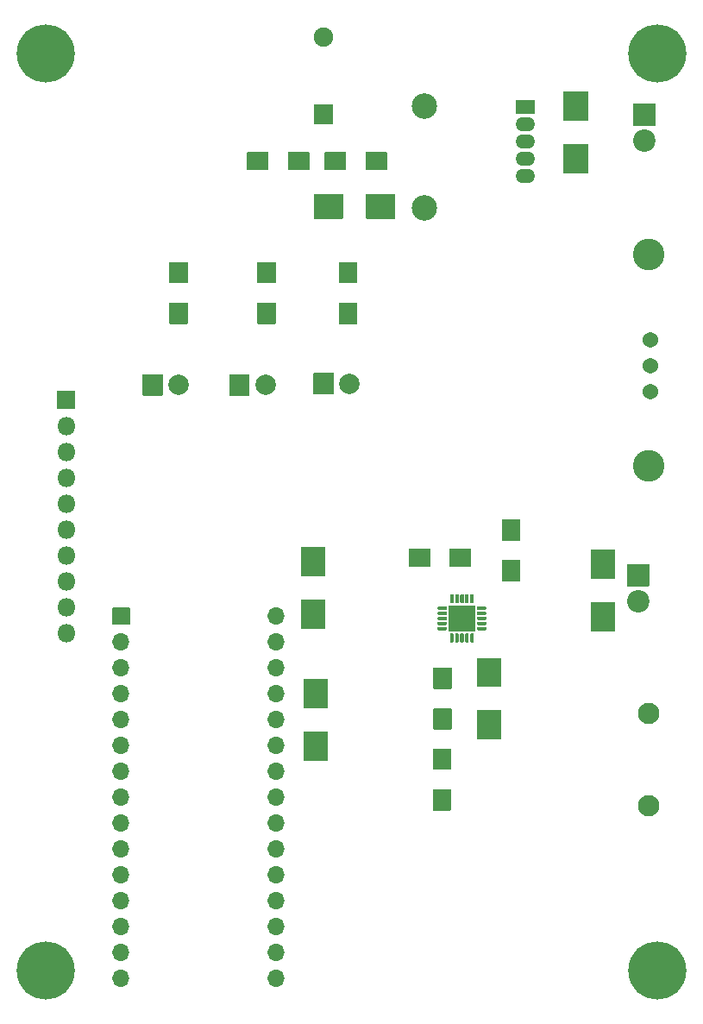
<source format=gbr>
%TF.GenerationSoftware,KiCad,Pcbnew,5.1.10-1.fc34*%
%TF.CreationDate,2021-06-08T11:44:04-04:00*%
%TF.ProjectId,BREAD_Slice,42524541-445f-4536-9c69-63652e6b6963,rev?*%
%TF.SameCoordinates,Original*%
%TF.FileFunction,Soldermask,Bot*%
%TF.FilePolarity,Negative*%
%FSLAX46Y46*%
G04 Gerber Fmt 4.6, Leading zero omitted, Abs format (unit mm)*
G04 Created by KiCad (PCBNEW 5.1.10-1.fc34) date 2021-06-08 11:44:04*
%MOMM*%
%LPD*%
G01*
G04 APERTURE LIST*
%ADD10O,1.900000X1.375000*%
%ADD11C,3.100000*%
%ADD12C,2.100000*%
%ADD13C,1.540000*%
%ADD14C,2.500000*%
%ADD15C,2.200000*%
%ADD16O,1.900000X1.900000*%
%ADD17C,2.000000*%
%ADD18C,5.700000*%
%ADD19O,1.700000X1.700000*%
%ADD20O,1.800000X1.800000*%
G04 APERTURE END LIST*
%TO.C,U2*%
G36*
G01*
X169697000Y-101539500D02*
X167197000Y-101539500D01*
G75*
G02*
X167147000Y-101489500I0J50000D01*
G01*
X167147000Y-98989500D01*
G75*
G02*
X167197000Y-98939500I50000J0D01*
G01*
X169697000Y-98939500D01*
G75*
G02*
X169747000Y-98989500I0J-50000D01*
G01*
X169747000Y-101489500D01*
G75*
G02*
X169697000Y-101539500I-50000J0D01*
G01*
G37*
G36*
G01*
X170759500Y-101414500D02*
X170009500Y-101414500D01*
G75*
G02*
X169922000Y-101327000I0J87500D01*
G01*
X169922000Y-101152000D01*
G75*
G02*
X170009500Y-101064500I87500J0D01*
G01*
X170759500Y-101064500D01*
G75*
G02*
X170847000Y-101152000I0J-87500D01*
G01*
X170847000Y-101327000D01*
G75*
G02*
X170759500Y-101414500I-87500J0D01*
G01*
G37*
G36*
G01*
X170759500Y-100914500D02*
X170009500Y-100914500D01*
G75*
G02*
X169922000Y-100827000I0J87500D01*
G01*
X169922000Y-100652000D01*
G75*
G02*
X170009500Y-100564500I87500J0D01*
G01*
X170759500Y-100564500D01*
G75*
G02*
X170847000Y-100652000I0J-87500D01*
G01*
X170847000Y-100827000D01*
G75*
G02*
X170759500Y-100914500I-87500J0D01*
G01*
G37*
G36*
G01*
X170759500Y-100414500D02*
X170009500Y-100414500D01*
G75*
G02*
X169922000Y-100327000I0J87500D01*
G01*
X169922000Y-100152000D01*
G75*
G02*
X170009500Y-100064500I87500J0D01*
G01*
X170759500Y-100064500D01*
G75*
G02*
X170847000Y-100152000I0J-87500D01*
G01*
X170847000Y-100327000D01*
G75*
G02*
X170759500Y-100414500I-87500J0D01*
G01*
G37*
G36*
G01*
X170759500Y-99914500D02*
X170009500Y-99914500D01*
G75*
G02*
X169922000Y-99827000I0J87500D01*
G01*
X169922000Y-99652000D01*
G75*
G02*
X170009500Y-99564500I87500J0D01*
G01*
X170759500Y-99564500D01*
G75*
G02*
X170847000Y-99652000I0J-87500D01*
G01*
X170847000Y-99827000D01*
G75*
G02*
X170759500Y-99914500I-87500J0D01*
G01*
G37*
G36*
G01*
X170759500Y-99414500D02*
X170009500Y-99414500D01*
G75*
G02*
X169922000Y-99327000I0J87500D01*
G01*
X169922000Y-99152000D01*
G75*
G02*
X170009500Y-99064500I87500J0D01*
G01*
X170759500Y-99064500D01*
G75*
G02*
X170847000Y-99152000I0J-87500D01*
G01*
X170847000Y-99327000D01*
G75*
G02*
X170759500Y-99414500I-87500J0D01*
G01*
G37*
G36*
G01*
X169534500Y-98764500D02*
X169359500Y-98764500D01*
G75*
G02*
X169272000Y-98677000I0J87500D01*
G01*
X169272000Y-97927000D01*
G75*
G02*
X169359500Y-97839500I87500J0D01*
G01*
X169534500Y-97839500D01*
G75*
G02*
X169622000Y-97927000I0J-87500D01*
G01*
X169622000Y-98677000D01*
G75*
G02*
X169534500Y-98764500I-87500J0D01*
G01*
G37*
G36*
G01*
X169034500Y-98764500D02*
X168859500Y-98764500D01*
G75*
G02*
X168772000Y-98677000I0J87500D01*
G01*
X168772000Y-97927000D01*
G75*
G02*
X168859500Y-97839500I87500J0D01*
G01*
X169034500Y-97839500D01*
G75*
G02*
X169122000Y-97927000I0J-87500D01*
G01*
X169122000Y-98677000D01*
G75*
G02*
X169034500Y-98764500I-87500J0D01*
G01*
G37*
G36*
G01*
X168534500Y-98764500D02*
X168359500Y-98764500D01*
G75*
G02*
X168272000Y-98677000I0J87500D01*
G01*
X168272000Y-97927000D01*
G75*
G02*
X168359500Y-97839500I87500J0D01*
G01*
X168534500Y-97839500D01*
G75*
G02*
X168622000Y-97927000I0J-87500D01*
G01*
X168622000Y-98677000D01*
G75*
G02*
X168534500Y-98764500I-87500J0D01*
G01*
G37*
G36*
G01*
X168034500Y-98764500D02*
X167859500Y-98764500D01*
G75*
G02*
X167772000Y-98677000I0J87500D01*
G01*
X167772000Y-97927000D01*
G75*
G02*
X167859500Y-97839500I87500J0D01*
G01*
X168034500Y-97839500D01*
G75*
G02*
X168122000Y-97927000I0J-87500D01*
G01*
X168122000Y-98677000D01*
G75*
G02*
X168034500Y-98764500I-87500J0D01*
G01*
G37*
G36*
G01*
X167534500Y-98764500D02*
X167359500Y-98764500D01*
G75*
G02*
X167272000Y-98677000I0J87500D01*
G01*
X167272000Y-97927000D01*
G75*
G02*
X167359500Y-97839500I87500J0D01*
G01*
X167534500Y-97839500D01*
G75*
G02*
X167622000Y-97927000I0J-87500D01*
G01*
X167622000Y-98677000D01*
G75*
G02*
X167534500Y-98764500I-87500J0D01*
G01*
G37*
G36*
G01*
X166884500Y-99414500D02*
X166134500Y-99414500D01*
G75*
G02*
X166047000Y-99327000I0J87500D01*
G01*
X166047000Y-99152000D01*
G75*
G02*
X166134500Y-99064500I87500J0D01*
G01*
X166884500Y-99064500D01*
G75*
G02*
X166972000Y-99152000I0J-87500D01*
G01*
X166972000Y-99327000D01*
G75*
G02*
X166884500Y-99414500I-87500J0D01*
G01*
G37*
G36*
G01*
X166884500Y-99914500D02*
X166134500Y-99914500D01*
G75*
G02*
X166047000Y-99827000I0J87500D01*
G01*
X166047000Y-99652000D01*
G75*
G02*
X166134500Y-99564500I87500J0D01*
G01*
X166884500Y-99564500D01*
G75*
G02*
X166972000Y-99652000I0J-87500D01*
G01*
X166972000Y-99827000D01*
G75*
G02*
X166884500Y-99914500I-87500J0D01*
G01*
G37*
G36*
G01*
X166884500Y-100414500D02*
X166134500Y-100414500D01*
G75*
G02*
X166047000Y-100327000I0J87500D01*
G01*
X166047000Y-100152000D01*
G75*
G02*
X166134500Y-100064500I87500J0D01*
G01*
X166884500Y-100064500D01*
G75*
G02*
X166972000Y-100152000I0J-87500D01*
G01*
X166972000Y-100327000D01*
G75*
G02*
X166884500Y-100414500I-87500J0D01*
G01*
G37*
G36*
G01*
X166884500Y-100914500D02*
X166134500Y-100914500D01*
G75*
G02*
X166047000Y-100827000I0J87500D01*
G01*
X166047000Y-100652000D01*
G75*
G02*
X166134500Y-100564500I87500J0D01*
G01*
X166884500Y-100564500D01*
G75*
G02*
X166972000Y-100652000I0J-87500D01*
G01*
X166972000Y-100827000D01*
G75*
G02*
X166884500Y-100914500I-87500J0D01*
G01*
G37*
G36*
G01*
X166884500Y-101414500D02*
X166134500Y-101414500D01*
G75*
G02*
X166047000Y-101327000I0J87500D01*
G01*
X166047000Y-101152000D01*
G75*
G02*
X166134500Y-101064500I87500J0D01*
G01*
X166884500Y-101064500D01*
G75*
G02*
X166972000Y-101152000I0J-87500D01*
G01*
X166972000Y-101327000D01*
G75*
G02*
X166884500Y-101414500I-87500J0D01*
G01*
G37*
G36*
G01*
X167534500Y-102639500D02*
X167359500Y-102639500D01*
G75*
G02*
X167272000Y-102552000I0J87500D01*
G01*
X167272000Y-101802000D01*
G75*
G02*
X167359500Y-101714500I87500J0D01*
G01*
X167534500Y-101714500D01*
G75*
G02*
X167622000Y-101802000I0J-87500D01*
G01*
X167622000Y-102552000D01*
G75*
G02*
X167534500Y-102639500I-87500J0D01*
G01*
G37*
G36*
G01*
X168034500Y-102639500D02*
X167859500Y-102639500D01*
G75*
G02*
X167772000Y-102552000I0J87500D01*
G01*
X167772000Y-101802000D01*
G75*
G02*
X167859500Y-101714500I87500J0D01*
G01*
X168034500Y-101714500D01*
G75*
G02*
X168122000Y-101802000I0J-87500D01*
G01*
X168122000Y-102552000D01*
G75*
G02*
X168034500Y-102639500I-87500J0D01*
G01*
G37*
G36*
G01*
X168534500Y-102639500D02*
X168359500Y-102639500D01*
G75*
G02*
X168272000Y-102552000I0J87500D01*
G01*
X168272000Y-101802000D01*
G75*
G02*
X168359500Y-101714500I87500J0D01*
G01*
X168534500Y-101714500D01*
G75*
G02*
X168622000Y-101802000I0J-87500D01*
G01*
X168622000Y-102552000D01*
G75*
G02*
X168534500Y-102639500I-87500J0D01*
G01*
G37*
G36*
G01*
X169034500Y-102639500D02*
X168859500Y-102639500D01*
G75*
G02*
X168772000Y-102552000I0J87500D01*
G01*
X168772000Y-101802000D01*
G75*
G02*
X168859500Y-101714500I87500J0D01*
G01*
X169034500Y-101714500D01*
G75*
G02*
X169122000Y-101802000I0J-87500D01*
G01*
X169122000Y-102552000D01*
G75*
G02*
X169034500Y-102639500I-87500J0D01*
G01*
G37*
G36*
G01*
X169534500Y-102639500D02*
X169359500Y-102639500D01*
G75*
G02*
X169272000Y-102552000I0J87500D01*
G01*
X169272000Y-101802000D01*
G75*
G02*
X169359500Y-101714500I87500J0D01*
G01*
X169534500Y-101714500D01*
G75*
G02*
X169622000Y-101802000I0J-87500D01*
G01*
X169622000Y-102552000D01*
G75*
G02*
X169534500Y-102639500I-87500J0D01*
G01*
G37*
%TD*%
D10*
%TO.C,U1*%
X174670000Y-56811000D03*
X174670000Y-55111000D03*
X174670000Y-53411000D03*
X174670000Y-51711000D03*
G36*
G01*
X173770000Y-49323500D02*
X175570000Y-49323500D01*
G75*
G02*
X175620000Y-49373500I0J-50000D01*
G01*
X175620000Y-50648500D01*
G75*
G02*
X175570000Y-50698500I-50000J0D01*
G01*
X173770000Y-50698500D01*
G75*
G02*
X173720000Y-50648500I0J50000D01*
G01*
X173720000Y-49373500D01*
G75*
G02*
X173770000Y-49323500I50000J0D01*
G01*
G37*
%TD*%
D11*
%TO.C,TP1*%
X186735000Y-64489000D03*
%TD*%
%TO.C,TP2*%
X186735000Y-85253500D03*
%TD*%
D12*
%TO.C,TH1*%
X186735000Y-109591000D03*
X186735000Y-118591000D03*
%TD*%
D13*
%TO.C,RV1*%
X186925500Y-72934500D03*
X186925500Y-75474500D03*
X186925500Y-78014500D03*
%TD*%
%TO.C,R9*%
G36*
G01*
X165692000Y-109063500D02*
X167392000Y-109063500D01*
G75*
G02*
X167442000Y-109113500I0J-50000D01*
G01*
X167442000Y-111113500D01*
G75*
G02*
X167392000Y-111163500I-50000J0D01*
G01*
X165692000Y-111163500D01*
G75*
G02*
X165642000Y-111113500I0J50000D01*
G01*
X165642000Y-109113500D01*
G75*
G02*
X165692000Y-109063500I50000J0D01*
G01*
G37*
G36*
G01*
X165692000Y-105063500D02*
X167392000Y-105063500D01*
G75*
G02*
X167442000Y-105113500I0J-50000D01*
G01*
X167442000Y-107113500D01*
G75*
G02*
X167392000Y-107163500I-50000J0D01*
G01*
X165692000Y-107163500D01*
G75*
G02*
X165642000Y-107113500I0J50000D01*
G01*
X165642000Y-105113500D01*
G75*
G02*
X165692000Y-105063500I50000J0D01*
G01*
G37*
%TD*%
%TO.C,R8*%
G36*
G01*
X165338000Y-93420500D02*
X165338000Y-95120500D01*
G75*
G02*
X165288000Y-95170500I-50000J0D01*
G01*
X163288000Y-95170500D01*
G75*
G02*
X163238000Y-95120500I0J50000D01*
G01*
X163238000Y-93420500D01*
G75*
G02*
X163288000Y-93370500I50000J0D01*
G01*
X165288000Y-93370500D01*
G75*
G02*
X165338000Y-93420500I0J-50000D01*
G01*
G37*
G36*
G01*
X169338000Y-93420500D02*
X169338000Y-95120500D01*
G75*
G02*
X169288000Y-95170500I-50000J0D01*
G01*
X167288000Y-95170500D01*
G75*
G02*
X167238000Y-95120500I0J50000D01*
G01*
X167238000Y-93420500D01*
G75*
G02*
X167288000Y-93370500I50000J0D01*
G01*
X169288000Y-93370500D01*
G75*
G02*
X169338000Y-93420500I0J-50000D01*
G01*
G37*
%TD*%
%TO.C,R7*%
G36*
G01*
X174123000Y-92622000D02*
X172423000Y-92622000D01*
G75*
G02*
X172373000Y-92572000I0J50000D01*
G01*
X172373000Y-90572000D01*
G75*
G02*
X172423000Y-90522000I50000J0D01*
G01*
X174123000Y-90522000D01*
G75*
G02*
X174173000Y-90572000I0J-50000D01*
G01*
X174173000Y-92572000D01*
G75*
G02*
X174123000Y-92622000I-50000J0D01*
G01*
G37*
G36*
G01*
X174123000Y-96622000D02*
X172423000Y-96622000D01*
G75*
G02*
X172373000Y-96572000I0J50000D01*
G01*
X172373000Y-94572000D01*
G75*
G02*
X172423000Y-94522000I50000J0D01*
G01*
X174123000Y-94522000D01*
G75*
G02*
X174173000Y-94572000I0J-50000D01*
G01*
X174173000Y-96572000D01*
G75*
G02*
X174123000Y-96622000I-50000J0D01*
G01*
G37*
%TD*%
%TO.C,R6*%
G36*
G01*
X167328500Y-115101000D02*
X165628500Y-115101000D01*
G75*
G02*
X165578500Y-115051000I0J50000D01*
G01*
X165578500Y-113051000D01*
G75*
G02*
X165628500Y-113001000I50000J0D01*
G01*
X167328500Y-113001000D01*
G75*
G02*
X167378500Y-113051000I0J-50000D01*
G01*
X167378500Y-115051000D01*
G75*
G02*
X167328500Y-115101000I-50000J0D01*
G01*
G37*
G36*
G01*
X167328500Y-119101000D02*
X165628500Y-119101000D01*
G75*
G02*
X165578500Y-119051000I0J50000D01*
G01*
X165578500Y-117051000D01*
G75*
G02*
X165628500Y-117001000I50000J0D01*
G01*
X167328500Y-117001000D01*
G75*
G02*
X167378500Y-117051000I0J-50000D01*
G01*
X167378500Y-119051000D01*
G75*
G02*
X167328500Y-119101000I-50000J0D01*
G01*
G37*
%TD*%
%TO.C,R5*%
G36*
G01*
X151363000Y-56195000D02*
X151363000Y-54495000D01*
G75*
G02*
X151413000Y-54445000I50000J0D01*
G01*
X153413000Y-54445000D01*
G75*
G02*
X153463000Y-54495000I0J-50000D01*
G01*
X153463000Y-56195000D01*
G75*
G02*
X153413000Y-56245000I-50000J0D01*
G01*
X151413000Y-56245000D01*
G75*
G02*
X151363000Y-56195000I0J50000D01*
G01*
G37*
G36*
G01*
X147363000Y-56195000D02*
X147363000Y-54495000D01*
G75*
G02*
X147413000Y-54445000I50000J0D01*
G01*
X149413000Y-54445000D01*
G75*
G02*
X149463000Y-54495000I0J-50000D01*
G01*
X149463000Y-56195000D01*
G75*
G02*
X149413000Y-56245000I-50000J0D01*
G01*
X147413000Y-56245000D01*
G75*
G02*
X147363000Y-56195000I0J50000D01*
G01*
G37*
%TD*%
%TO.C,R4*%
G36*
G01*
X158983000Y-56195000D02*
X158983000Y-54495000D01*
G75*
G02*
X159033000Y-54445000I50000J0D01*
G01*
X161033000Y-54445000D01*
G75*
G02*
X161083000Y-54495000I0J-50000D01*
G01*
X161083000Y-56195000D01*
G75*
G02*
X161033000Y-56245000I-50000J0D01*
G01*
X159033000Y-56245000D01*
G75*
G02*
X158983000Y-56195000I0J50000D01*
G01*
G37*
G36*
G01*
X154983000Y-56195000D02*
X154983000Y-54495000D01*
G75*
G02*
X155033000Y-54445000I50000J0D01*
G01*
X157033000Y-54445000D01*
G75*
G02*
X157083000Y-54495000I0J-50000D01*
G01*
X157083000Y-56195000D01*
G75*
G02*
X157033000Y-56245000I-50000J0D01*
G01*
X155033000Y-56245000D01*
G75*
G02*
X154983000Y-56195000I0J50000D01*
G01*
G37*
%TD*%
%TO.C,R3*%
G36*
G01*
X158121000Y-67349000D02*
X156421000Y-67349000D01*
G75*
G02*
X156371000Y-67299000I0J50000D01*
G01*
X156371000Y-65299000D01*
G75*
G02*
X156421000Y-65249000I50000J0D01*
G01*
X158121000Y-65249000D01*
G75*
G02*
X158171000Y-65299000I0J-50000D01*
G01*
X158171000Y-67299000D01*
G75*
G02*
X158121000Y-67349000I-50000J0D01*
G01*
G37*
G36*
G01*
X158121000Y-71349000D02*
X156421000Y-71349000D01*
G75*
G02*
X156371000Y-71299000I0J50000D01*
G01*
X156371000Y-69299000D01*
G75*
G02*
X156421000Y-69249000I50000J0D01*
G01*
X158121000Y-69249000D01*
G75*
G02*
X158171000Y-69299000I0J-50000D01*
G01*
X158171000Y-71299000D01*
G75*
G02*
X158121000Y-71349000I-50000J0D01*
G01*
G37*
%TD*%
%TO.C,R2*%
G36*
G01*
X150120000Y-67349000D02*
X148420000Y-67349000D01*
G75*
G02*
X148370000Y-67299000I0J50000D01*
G01*
X148370000Y-65299000D01*
G75*
G02*
X148420000Y-65249000I50000J0D01*
G01*
X150120000Y-65249000D01*
G75*
G02*
X150170000Y-65299000I0J-50000D01*
G01*
X150170000Y-67299000D01*
G75*
G02*
X150120000Y-67349000I-50000J0D01*
G01*
G37*
G36*
G01*
X150120000Y-71349000D02*
X148420000Y-71349000D01*
G75*
G02*
X148370000Y-71299000I0J50000D01*
G01*
X148370000Y-69299000D01*
G75*
G02*
X148420000Y-69249000I50000J0D01*
G01*
X150120000Y-69249000D01*
G75*
G02*
X150170000Y-69299000I0J-50000D01*
G01*
X150170000Y-71299000D01*
G75*
G02*
X150120000Y-71349000I-50000J0D01*
G01*
G37*
%TD*%
%TO.C,R1*%
G36*
G01*
X141484000Y-67349000D02*
X139784000Y-67349000D01*
G75*
G02*
X139734000Y-67299000I0J50000D01*
G01*
X139734000Y-65299000D01*
G75*
G02*
X139784000Y-65249000I50000J0D01*
G01*
X141484000Y-65249000D01*
G75*
G02*
X141534000Y-65299000I0J-50000D01*
G01*
X141534000Y-67299000D01*
G75*
G02*
X141484000Y-67349000I-50000J0D01*
G01*
G37*
G36*
G01*
X141484000Y-71349000D02*
X139784000Y-71349000D01*
G75*
G02*
X139734000Y-71299000I0J50000D01*
G01*
X139734000Y-69299000D01*
G75*
G02*
X139784000Y-69249000I50000J0D01*
G01*
X141484000Y-69249000D01*
G75*
G02*
X141534000Y-69299000I0J-50000D01*
G01*
X141534000Y-71299000D01*
G75*
G02*
X141484000Y-71349000I-50000J0D01*
G01*
G37*
%TD*%
D14*
%TO.C,L1*%
X164764000Y-49917000D03*
X164764000Y-59917000D03*
%TD*%
D15*
%TO.C,J3*%
X185719000Y-98525000D03*
G36*
G01*
X184669000Y-94885000D02*
X186769000Y-94885000D01*
G75*
G02*
X186819000Y-94935000I0J-50000D01*
G01*
X186819000Y-97035000D01*
G75*
G02*
X186769000Y-97085000I-50000J0D01*
G01*
X184669000Y-97085000D01*
G75*
G02*
X184619000Y-97035000I0J50000D01*
G01*
X184619000Y-94935000D01*
G75*
G02*
X184669000Y-94885000I50000J0D01*
G01*
G37*
%TD*%
%TO.C,J2*%
X186354000Y-53313000D03*
G36*
G01*
X185304000Y-49673000D02*
X187404000Y-49673000D01*
G75*
G02*
X187454000Y-49723000I0J-50000D01*
G01*
X187454000Y-51823000D01*
G75*
G02*
X187404000Y-51873000I-50000J0D01*
G01*
X185304000Y-51873000D01*
G75*
G02*
X185254000Y-51823000I0J50000D01*
G01*
X185254000Y-49723000D01*
G75*
G02*
X185304000Y-49673000I50000J0D01*
G01*
G37*
%TD*%
D16*
%TO.C,D4*%
X154858000Y-43153000D03*
G36*
G01*
X155758000Y-51723000D02*
X153958000Y-51723000D01*
G75*
G02*
X153908000Y-51673000I0J50000D01*
G01*
X153908000Y-49873000D01*
G75*
G02*
X153958000Y-49823000I50000J0D01*
G01*
X155758000Y-49823000D01*
G75*
G02*
X155808000Y-49873000I0J-50000D01*
G01*
X155808000Y-51673000D01*
G75*
G02*
X155758000Y-51723000I-50000J0D01*
G01*
G37*
%TD*%
D17*
%TO.C,D3*%
X157398000Y-77189000D03*
G36*
G01*
X155808000Y-78239000D02*
X153908000Y-78239000D01*
G75*
G02*
X153858000Y-78189000I0J50000D01*
G01*
X153858000Y-76189000D01*
G75*
G02*
X153908000Y-76139000I50000J0D01*
G01*
X155808000Y-76139000D01*
G75*
G02*
X155858000Y-76189000I0J-50000D01*
G01*
X155858000Y-78189000D01*
G75*
G02*
X155808000Y-78239000I-50000J0D01*
G01*
G37*
%TD*%
%TO.C,D2*%
X149143000Y-77316000D03*
G36*
G01*
X147553000Y-78366000D02*
X145653000Y-78366000D01*
G75*
G02*
X145603000Y-78316000I0J50000D01*
G01*
X145603000Y-76316000D01*
G75*
G02*
X145653000Y-76266000I50000J0D01*
G01*
X147553000Y-76266000D01*
G75*
G02*
X147603000Y-76316000I0J-50000D01*
G01*
X147603000Y-78316000D01*
G75*
G02*
X147553000Y-78366000I-50000J0D01*
G01*
G37*
%TD*%
%TO.C,D1*%
X140634000Y-77316000D03*
G36*
G01*
X139044000Y-78366000D02*
X137144000Y-78366000D01*
G75*
G02*
X137094000Y-78316000I0J50000D01*
G01*
X137094000Y-76316000D01*
G75*
G02*
X137144000Y-76266000I50000J0D01*
G01*
X139044000Y-76266000D01*
G75*
G02*
X139094000Y-76316000I0J-50000D01*
G01*
X139094000Y-78316000D01*
G75*
G02*
X139044000Y-78366000I-50000J0D01*
G01*
G37*
%TD*%
%TO.C,C6*%
G36*
G01*
X181114999Y-98644000D02*
X183465001Y-98644000D01*
G75*
G02*
X183515000Y-98693999I0J-49999D01*
G01*
X183515000Y-101464001D01*
G75*
G02*
X183465001Y-101514000I-49999J0D01*
G01*
X181114999Y-101514000D01*
G75*
G02*
X181065000Y-101464001I0J49999D01*
G01*
X181065000Y-98693999D01*
G75*
G02*
X181114999Y-98644000I49999J0D01*
G01*
G37*
G36*
G01*
X181114999Y-93504000D02*
X183465001Y-93504000D01*
G75*
G02*
X183515000Y-93553999I0J-49999D01*
G01*
X183515000Y-96324001D01*
G75*
G02*
X183465001Y-96374000I-49999J0D01*
G01*
X181114999Y-96374000D01*
G75*
G02*
X181065000Y-96324001I0J49999D01*
G01*
X181065000Y-93553999D01*
G75*
G02*
X181114999Y-93504000I49999J0D01*
G01*
G37*
%TD*%
%TO.C,C5*%
G36*
G01*
X169938999Y-109248500D02*
X172289001Y-109248500D01*
G75*
G02*
X172339000Y-109298499I0J-49999D01*
G01*
X172339000Y-112068501D01*
G75*
G02*
X172289001Y-112118500I-49999J0D01*
G01*
X169938999Y-112118500D01*
G75*
G02*
X169889000Y-112068501I0J49999D01*
G01*
X169889000Y-109298499D01*
G75*
G02*
X169938999Y-109248500I49999J0D01*
G01*
G37*
G36*
G01*
X169938999Y-104108500D02*
X172289001Y-104108500D01*
G75*
G02*
X172339000Y-104158499I0J-49999D01*
G01*
X172339000Y-106928501D01*
G75*
G02*
X172289001Y-106978500I-49999J0D01*
G01*
X169938999Y-106978500D01*
G75*
G02*
X169889000Y-106928501I0J49999D01*
G01*
X169889000Y-104158499D01*
G75*
G02*
X169938999Y-104108500I49999J0D01*
G01*
G37*
%TD*%
%TO.C,C4*%
G36*
G01*
X178447999Y-53686000D02*
X180798001Y-53686000D01*
G75*
G02*
X180848000Y-53735999I0J-49999D01*
G01*
X180848000Y-56506001D01*
G75*
G02*
X180798001Y-56556000I-49999J0D01*
G01*
X178447999Y-56556000D01*
G75*
G02*
X178398000Y-56506001I0J49999D01*
G01*
X178398000Y-53735999D01*
G75*
G02*
X178447999Y-53686000I49999J0D01*
G01*
G37*
G36*
G01*
X178447999Y-48546000D02*
X180798001Y-48546000D01*
G75*
G02*
X180848000Y-48595999I0J-49999D01*
G01*
X180848000Y-51366001D01*
G75*
G02*
X180798001Y-51416000I-49999J0D01*
G01*
X178447999Y-51416000D01*
G75*
G02*
X178398000Y-51366001I0J49999D01*
G01*
X178398000Y-48595999D01*
G75*
G02*
X178447999Y-48546000I49999J0D01*
G01*
G37*
%TD*%
%TO.C,C3*%
G36*
G01*
X156771000Y-58614999D02*
X156771000Y-60965001D01*
G75*
G02*
X156721001Y-61015000I-49999J0D01*
G01*
X153950999Y-61015000D01*
G75*
G02*
X153901000Y-60965001I0J49999D01*
G01*
X153901000Y-58614999D01*
G75*
G02*
X153950999Y-58565000I49999J0D01*
G01*
X156721001Y-58565000D01*
G75*
G02*
X156771000Y-58614999I0J-49999D01*
G01*
G37*
G36*
G01*
X161911000Y-58614999D02*
X161911000Y-60965001D01*
G75*
G02*
X161861001Y-61015000I-49999J0D01*
G01*
X159090999Y-61015000D01*
G75*
G02*
X159041000Y-60965001I0J49999D01*
G01*
X159041000Y-58614999D01*
G75*
G02*
X159090999Y-58565000I49999J0D01*
G01*
X161861001Y-58565000D01*
G75*
G02*
X161911000Y-58614999I0J-49999D01*
G01*
G37*
%TD*%
D18*
%TO.C,H4*%
X187600000Y-134800000D03*
%TD*%
%TO.C,H3*%
X127600000Y-134800000D03*
%TD*%
%TO.C,H2*%
X187600000Y-44800000D03*
%TD*%
%TO.C,H1*%
X127600000Y-44800000D03*
%TD*%
%TO.C,C1*%
G36*
G01*
X155017001Y-96120000D02*
X152666999Y-96120000D01*
G75*
G02*
X152617000Y-96070001I0J49999D01*
G01*
X152617000Y-93299999D01*
G75*
G02*
X152666999Y-93250000I49999J0D01*
G01*
X155017001Y-93250000D01*
G75*
G02*
X155067000Y-93299999I0J-49999D01*
G01*
X155067000Y-96070001D01*
G75*
G02*
X155017001Y-96120000I-49999J0D01*
G01*
G37*
G36*
G01*
X155017001Y-101260000D02*
X152666999Y-101260000D01*
G75*
G02*
X152617000Y-101210001I0J49999D01*
G01*
X152617000Y-98439999D01*
G75*
G02*
X152666999Y-98390000I49999J0D01*
G01*
X155017001Y-98390000D01*
G75*
G02*
X155067000Y-98439999I0J-49999D01*
G01*
X155067000Y-101210001D01*
G75*
G02*
X155017001Y-101260000I-49999J0D01*
G01*
G37*
%TD*%
%TO.C,A1*%
G36*
G01*
X134150000Y-100800000D02*
X134150000Y-99200000D01*
G75*
G02*
X134200000Y-99150000I50000J0D01*
G01*
X135800000Y-99150000D01*
G75*
G02*
X135850000Y-99200000I0J-50000D01*
G01*
X135850000Y-100800000D01*
G75*
G02*
X135800000Y-100850000I-50000J0D01*
G01*
X134200000Y-100850000D01*
G75*
G02*
X134150000Y-100800000I0J50000D01*
G01*
G37*
D19*
X150240000Y-133020000D03*
X135000000Y-102540000D03*
X150240000Y-130480000D03*
X135000000Y-105080000D03*
X150240000Y-127940000D03*
X135000000Y-107620000D03*
X150240000Y-125400000D03*
X135000000Y-110160000D03*
X150240000Y-122860000D03*
X135000000Y-112700000D03*
X150240000Y-120320000D03*
X135000000Y-115240000D03*
X150240000Y-117780000D03*
X135000000Y-117780000D03*
X150240000Y-115240000D03*
X135000000Y-120320000D03*
X150240000Y-112700000D03*
X135000000Y-122860000D03*
X150240000Y-110160000D03*
X135000000Y-125400000D03*
X150240000Y-107620000D03*
X135000000Y-127940000D03*
X150240000Y-105080000D03*
X135000000Y-130480000D03*
X150240000Y-102540000D03*
X135000000Y-133020000D03*
X150240000Y-100000000D03*
X135000000Y-135560000D03*
X150240000Y-135560000D03*
%TD*%
%TO.C,C2*%
G36*
G01*
X152920999Y-106204000D02*
X155271001Y-106204000D01*
G75*
G02*
X155321000Y-106253999I0J-49999D01*
G01*
X155321000Y-109024001D01*
G75*
G02*
X155271001Y-109074000I-49999J0D01*
G01*
X152920999Y-109074000D01*
G75*
G02*
X152871000Y-109024001I0J49999D01*
G01*
X152871000Y-106253999D01*
G75*
G02*
X152920999Y-106204000I49999J0D01*
G01*
G37*
G36*
G01*
X152920999Y-111344000D02*
X155271001Y-111344000D01*
G75*
G02*
X155321000Y-111393999I0J-49999D01*
G01*
X155321000Y-114164001D01*
G75*
G02*
X155271001Y-114214000I-49999J0D01*
G01*
X152920999Y-114214000D01*
G75*
G02*
X152871000Y-114164001I0J49999D01*
G01*
X152871000Y-111393999D01*
G75*
G02*
X152920999Y-111344000I49999J0D01*
G01*
G37*
%TD*%
%TO.C,J1*%
G36*
G01*
X128700000Y-79650000D02*
X128700000Y-77950000D01*
G75*
G02*
X128750000Y-77900000I50000J0D01*
G01*
X130450000Y-77900000D01*
G75*
G02*
X130500000Y-77950000I0J-50000D01*
G01*
X130500000Y-79650000D01*
G75*
G02*
X130450000Y-79700000I-50000J0D01*
G01*
X128750000Y-79700000D01*
G75*
G02*
X128700000Y-79650000I0J50000D01*
G01*
G37*
D20*
X129600000Y-81340000D03*
X129600000Y-83880000D03*
X129600000Y-86420000D03*
X129600000Y-88960000D03*
X129600000Y-91500000D03*
X129600000Y-94040000D03*
X129600000Y-96580000D03*
X129600000Y-99120000D03*
X129600000Y-101660000D03*
%TD*%
M02*

</source>
